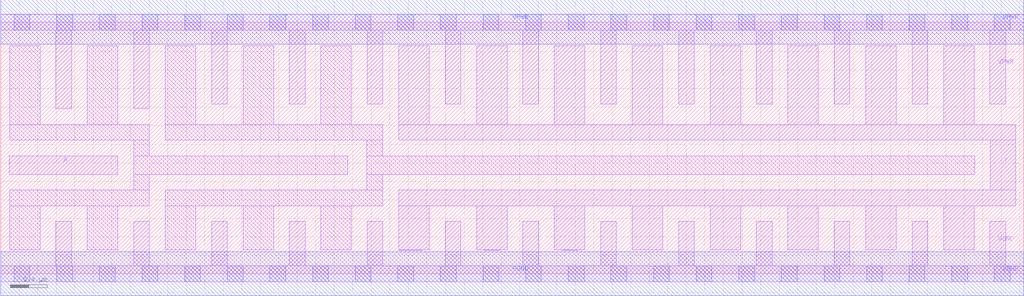
<source format=lef>
# Copyright 2020 The SkyWater PDK Authors
#
# Licensed under the Apache License, Version 2.0 (the "License");
# you may not use this file except in compliance with the License.
# You may obtain a copy of the License at
#
#     https://www.apache.org/licenses/LICENSE-2.0
#
# Unless required by applicable law or agreed to in writing, software
# distributed under the License is distributed on an "AS IS" BASIS,
# WITHOUT WARRANTIES OR CONDITIONS OF ANY KIND, either express or implied.
# See the License for the specific language governing permissions and
# limitations under the License.
#
# SPDX-License-Identifier: Apache-2.0

VERSION 5.7 ;
  NAMESCASESENSITIVE ON ;
  NOWIREEXTENSIONATPIN ON ;
  DIVIDERCHAR "/" ;
  BUSBITCHARS "[]" ;
UNITS
  DATABASE MICRONS 200 ;
END UNITS
MACRO sky130_fd_sc_hd__bufinv_16
  CLASS CORE ;
  SOURCE USER ;
  FOREIGN sky130_fd_sc_hd__bufinv_16 ;
  ORIGIN  0.000000  0.000000 ;
  SIZE  11.04000 BY  2.720000 ;
  SYMMETRY X Y R90 ;
  SITE unithd ;
  PIN A
    ANTENNAGATEAREA  0.742500 ;
    DIRECTION INPUT ;
    USE SIGNAL ;
    PORT
      LAYER li1 ;
        RECT 0.090000 1.075000 1.265000 1.275000 ;
    END
  END A
  PIN Y
    ANTENNADIFFAREA  3.564000 ;
    DIRECTION OUTPUT ;
    USE SIGNAL ;
    PORT
      LAYER li1 ;
        RECT  4.295000 0.255000  4.545000 0.260000 ;
        RECT  4.295000 0.260000  4.625000 0.735000 ;
        RECT  4.295000 0.735000 10.955000 0.905000 ;
        RECT  4.295000 1.445000 10.955000 1.615000 ;
        RECT  4.295000 1.615000  4.625000 2.465000 ;
        RECT  5.135000 0.260000  5.465000 0.735000 ;
        RECT  5.135000 1.615000  5.465000 2.465000 ;
        RECT  5.215000 0.255000  5.385000 0.260000 ;
        RECT  5.975000 0.260000  6.305000 0.735000 ;
        RECT  5.975000 1.615000  6.305000 2.465000 ;
        RECT  6.055000 0.255000  6.225000 0.260000 ;
        RECT  6.815000 0.260000  7.145000 0.735000 ;
        RECT  6.815000 1.615000  7.145000 2.465000 ;
        RECT  7.655000 0.260000  7.985000 0.735000 ;
        RECT  7.655000 1.615000  7.985000 2.465000 ;
        RECT  8.495000 0.260000  8.825000 0.735000 ;
        RECT  8.495000 1.615000  8.825000 2.465000 ;
        RECT  9.335000 0.260000  9.665000 0.735000 ;
        RECT  9.335000 1.615000  9.665000 2.465000 ;
        RECT 10.175000 0.260000 10.505000 0.735000 ;
        RECT 10.175000 1.615000 10.505000 2.465000 ;
        RECT 10.680000 0.905000 10.955000 1.445000 ;
    END
  END Y
  PIN VGND
    DIRECTION INOUT ;
    SHAPE ABUTMENT ;
    USE GROUND ;
    PORT
      LAYER li1 ;
        RECT  0.000000 -0.085000 11.040000 0.085000 ;
        RECT  0.595000  0.085000  0.765000 0.565000 ;
        RECT  1.435000  0.085000  1.605000 0.565000 ;
        RECT  2.275000  0.085000  2.445000 0.565000 ;
        RECT  3.115000  0.085000  3.285000 0.565000 ;
        RECT  3.955000  0.085000  4.125000 0.565000 ;
        RECT  4.795000  0.085000  4.965000 0.565000 ;
        RECT  5.635000  0.085000  5.805000 0.565000 ;
        RECT  6.475000  0.085000  6.645000 0.565000 ;
        RECT  7.315000  0.085000  7.485000 0.565000 ;
        RECT  8.155000  0.085000  8.325000 0.565000 ;
        RECT  8.995000  0.085000  9.165000 0.565000 ;
        RECT  9.835000  0.085000 10.005000 0.565000 ;
        RECT 10.675000  0.085000 10.845000 0.565000 ;
      LAYER mcon ;
        RECT  0.145000 -0.085000  0.315000 0.085000 ;
        RECT  0.605000 -0.085000  0.775000 0.085000 ;
        RECT  1.065000 -0.085000  1.235000 0.085000 ;
        RECT  1.525000 -0.085000  1.695000 0.085000 ;
        RECT  1.985000 -0.085000  2.155000 0.085000 ;
        RECT  2.445000 -0.085000  2.615000 0.085000 ;
        RECT  2.905000 -0.085000  3.075000 0.085000 ;
        RECT  3.365000 -0.085000  3.535000 0.085000 ;
        RECT  3.825000 -0.085000  3.995000 0.085000 ;
        RECT  4.285000 -0.085000  4.455000 0.085000 ;
        RECT  4.745000 -0.085000  4.915000 0.085000 ;
        RECT  5.205000 -0.085000  5.375000 0.085000 ;
        RECT  5.665000 -0.085000  5.835000 0.085000 ;
        RECT  6.125000 -0.085000  6.295000 0.085000 ;
        RECT  6.585000 -0.085000  6.755000 0.085000 ;
        RECT  7.045000 -0.085000  7.215000 0.085000 ;
        RECT  7.505000 -0.085000  7.675000 0.085000 ;
        RECT  7.965000 -0.085000  8.135000 0.085000 ;
        RECT  8.425000 -0.085000  8.595000 0.085000 ;
        RECT  8.885000 -0.085000  9.055000 0.085000 ;
        RECT  9.345000 -0.085000  9.515000 0.085000 ;
        RECT  9.805000 -0.085000  9.975000 0.085000 ;
        RECT 10.265000 -0.085000 10.435000 0.085000 ;
        RECT 10.725000 -0.085000 10.895000 0.085000 ;
      LAYER met1 ;
        RECT 0.000000 -0.240000 11.040000 0.240000 ;
    END
  END VGND
  PIN VPWR
    DIRECTION INOUT ;
    SHAPE ABUTMENT ;
    USE POWER ;
    PORT
      LAYER li1 ;
        RECT  0.000000 2.635000 11.040000 2.805000 ;
        RECT  0.595000 1.785000  0.765000 2.635000 ;
        RECT  1.435000 1.785000  1.605000 2.635000 ;
        RECT  2.275000 1.835000  2.445000 2.635000 ;
        RECT  3.115000 1.835000  3.285000 2.635000 ;
        RECT  3.955000 1.835000  4.125000 2.635000 ;
        RECT  4.795000 1.835000  4.965000 2.635000 ;
        RECT  5.635000 1.835000  5.805000 2.635000 ;
        RECT  6.475000 1.835000  6.645000 2.635000 ;
        RECT  7.315000 1.835000  7.485000 2.635000 ;
        RECT  8.155000 1.835000  8.325000 2.635000 ;
        RECT  8.995000 1.835000  9.165000 2.635000 ;
        RECT  9.835000 1.835000 10.005000 2.635000 ;
        RECT 10.675000 1.835000 10.845000 2.635000 ;
      LAYER mcon ;
        RECT  0.145000 2.635000  0.315000 2.805000 ;
        RECT  0.605000 2.635000  0.775000 2.805000 ;
        RECT  1.065000 2.635000  1.235000 2.805000 ;
        RECT  1.525000 2.635000  1.695000 2.805000 ;
        RECT  1.985000 2.635000  2.155000 2.805000 ;
        RECT  2.445000 2.635000  2.615000 2.805000 ;
        RECT  2.905000 2.635000  3.075000 2.805000 ;
        RECT  3.365000 2.635000  3.535000 2.805000 ;
        RECT  3.825000 2.635000  3.995000 2.805000 ;
        RECT  4.285000 2.635000  4.455000 2.805000 ;
        RECT  4.745000 2.635000  4.915000 2.805000 ;
        RECT  5.205000 2.635000  5.375000 2.805000 ;
        RECT  5.665000 2.635000  5.835000 2.805000 ;
        RECT  6.125000 2.635000  6.295000 2.805000 ;
        RECT  6.585000 2.635000  6.755000 2.805000 ;
        RECT  7.045000 2.635000  7.215000 2.805000 ;
        RECT  7.505000 2.635000  7.675000 2.805000 ;
        RECT  7.965000 2.635000  8.135000 2.805000 ;
        RECT  8.425000 2.635000  8.595000 2.805000 ;
        RECT  8.885000 2.635000  9.055000 2.805000 ;
        RECT  9.345000 2.635000  9.515000 2.805000 ;
        RECT  9.805000 2.635000  9.975000 2.805000 ;
        RECT 10.265000 2.635000 10.435000 2.805000 ;
        RECT 10.725000 2.635000 10.895000 2.805000 ;
      LAYER met1 ;
        RECT 0.000000 2.480000 11.040000 2.960000 ;
    END
  END VPWR
  OBS
    LAYER li1 ;
      RECT 0.095000 0.260000  0.425000 0.735000 ;
      RECT 0.095000 0.735000  1.605000 0.905000 ;
      RECT 0.095000 1.445000  1.605000 1.615000 ;
      RECT 0.095000 1.615000  0.425000 2.465000 ;
      RECT 0.935000 0.260000  1.265000 0.735000 ;
      RECT 0.935000 1.615000  1.265000 2.465000 ;
      RECT 1.435000 0.905000  1.605000 1.075000 ;
      RECT 1.435000 1.075000  3.745000 1.275000 ;
      RECT 1.435000 1.275000  1.605000 1.445000 ;
      RECT 1.775000 0.260000  2.105000 0.735000 ;
      RECT 1.775000 0.735000  4.125000 0.905000 ;
      RECT 1.775000 1.445000  4.125000 1.615000 ;
      RECT 1.775000 1.615000  2.105000 2.465000 ;
      RECT 2.615000 0.260000  2.945000 0.735000 ;
      RECT 2.615000 1.615000  2.945000 2.465000 ;
      RECT 3.455000 0.260000  3.785000 0.735000 ;
      RECT 3.455000 1.615000  3.785000 2.465000 ;
      RECT 3.950000 0.905000  4.125000 1.075000 ;
      RECT 3.950000 1.075000 10.510000 1.275000 ;
      RECT 3.950000 1.275000  4.125000 1.445000 ;
  END
END sky130_fd_sc_hd__bufinv_16
END LIBRARY

</source>
